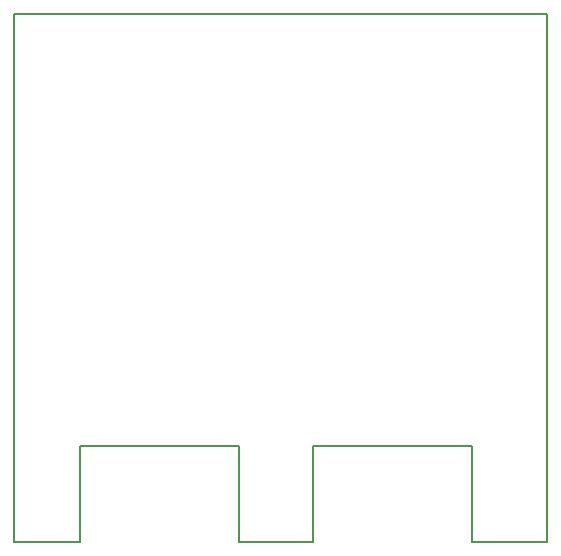
<source format=gm1>
G04 #@! TF.GenerationSoftware,KiCad,Pcbnew,(5.0.1)-3*
G04 #@! TF.CreationDate,2018-11-04T16:08:14+11:00*
G04 #@! TF.ProjectId,15_Channel_SSR_Driver,31355F4368616E6E656C5F5353525F44,1.1*
G04 #@! TF.SameCoordinates,PX7c25018PY69db1f0*
G04 #@! TF.FileFunction,Profile,NP*
%FSLAX46Y46*%
G04 Gerber Fmt 4.6, Leading zero omitted, Abs format (unit mm)*
G04 Created by KiCad (PCBNEW (5.0.1)-3) date 4/11/2018 4:08:14 PM*
%MOMM*%
%LPD*%
G01*
G04 APERTURE LIST*
%ADD10C,0.150000*%
G04 APERTURE END LIST*
D10*
X19050000Y-36576000D02*
X5588000Y-36576000D01*
X19050000Y-44704000D02*
X19050000Y-36576000D01*
X25273000Y-44704000D02*
X19050000Y-44704000D01*
X25273000Y-36576000D02*
X25273000Y-44704000D01*
X38735000Y-36576000D02*
X25273000Y-36576000D01*
X38735000Y-44704000D02*
X38735000Y-36576000D01*
X45085000Y-44704000D02*
X38735000Y-44704000D01*
X45085000Y0D02*
X45085000Y-44704000D01*
X44704000Y0D02*
X45085000Y0D01*
X0Y0D02*
X44704000Y0D01*
X0Y-44704000D02*
X0Y0D01*
X5588000Y-44704000D02*
X5588000Y-36576000D01*
X5588000Y-44704000D02*
X0Y-44704000D01*
M02*

</source>
